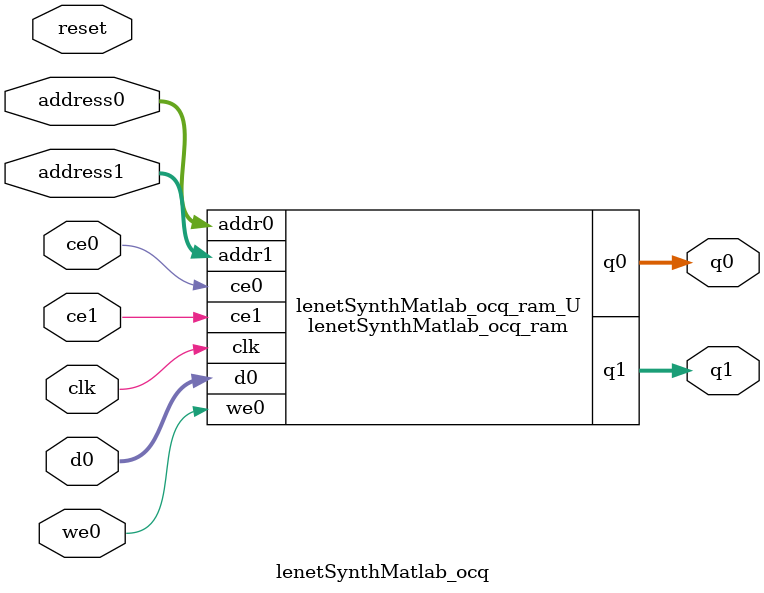
<source format=v>

`timescale 1 ns / 1 ps
module lenetSynthMatlab_ocq_ram (addr0, ce0, d0, we0, q0, addr1, ce1, q1,  clk);

parameter DWIDTH = 32;
parameter AWIDTH = 13;
parameter MEM_SIZE = 4704;

input[AWIDTH-1:0] addr0;
input ce0;
input[DWIDTH-1:0] d0;
input we0;
output reg[DWIDTH-1:0] q0;
input[AWIDTH-1:0] addr1;
input ce1;
output reg[DWIDTH-1:0] q1;
input clk;

(* ram_style = "block" *)reg [DWIDTH-1:0] ram[0:MEM_SIZE-1];




always @(posedge clk)  
begin 
    if (ce0) 
    begin
        if (we0) 
        begin 
            ram[addr0] <= d0; 
            q0 <= d0;
        end 
        else 
            q0 <= ram[addr0];
    end
end


always @(posedge clk)  
begin 
    if (ce1) 
    begin
            q1 <= ram[addr1];
    end
end


endmodule


`timescale 1 ns / 1 ps
module lenetSynthMatlab_ocq(
    reset,
    clk,
    address0,
    ce0,
    we0,
    d0,
    q0,
    address1,
    ce1,
    q1);

parameter DataWidth = 32'd32;
parameter AddressRange = 32'd4704;
parameter AddressWidth = 32'd13;
input reset;
input clk;
input[AddressWidth - 1:0] address0;
input ce0;
input we0;
input[DataWidth - 1:0] d0;
output[DataWidth - 1:0] q0;
input[AddressWidth - 1:0] address1;
input ce1;
output[DataWidth - 1:0] q1;



lenetSynthMatlab_ocq_ram lenetSynthMatlab_ocq_ram_U(
    .clk( clk ),
    .addr0( address0 ),
    .ce0( ce0 ),
    .we0( we0 ),
    .d0( d0 ),
    .q0( q0 ),
    .addr1( address1 ),
    .ce1( ce1 ),
    .q1( q1 ));

endmodule


</source>
